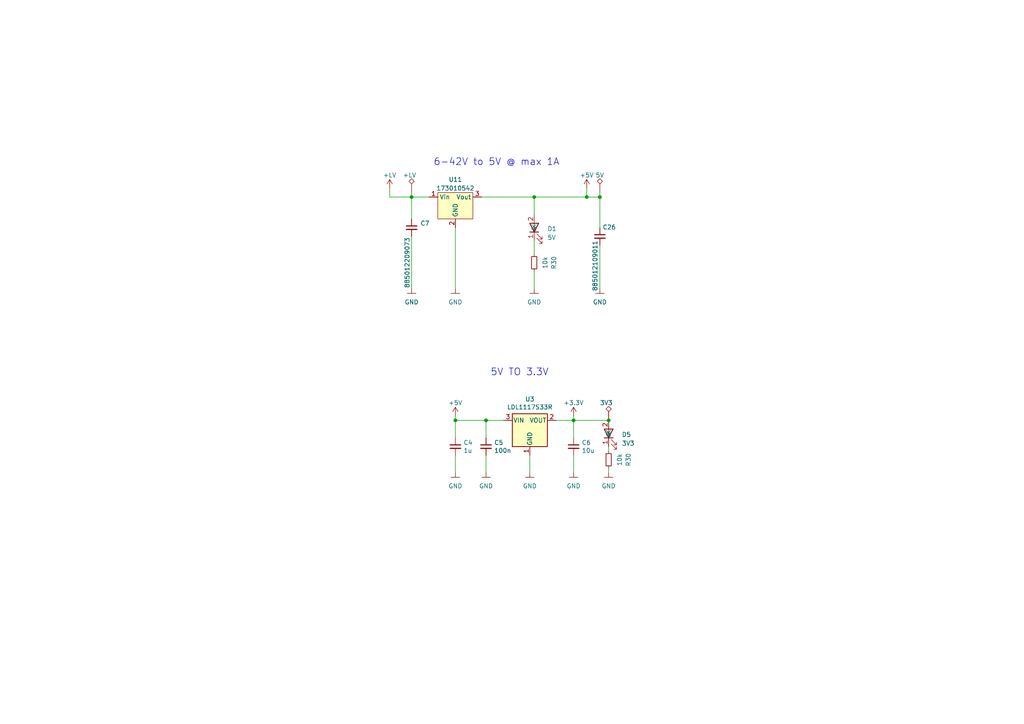
<source format=kicad_sch>
(kicad_sch (version 20230121) (generator eeschema)
  (paper "A4")
  (lib_symbols
    (symbol "CTM:R_Small" (pin_numbers hide) (pin_names (offset 0.254) hide)
      (property "Reference" "R" (at 0.762 0.508 0))
      (property "Value" "R_Small" (at 0.762 -1.016 0))
      (symbol "R_Small_0_1"
        (rectangle (start -0.762 1.778) (end 0.762 -1.778) (stroke (width 0.2032)))
      )
      (symbol "R_Small_1_1"
        (pin passive line (at 0 2.54 270) (length 0.762) (name "~") (number "1"))
        (pin passive line (at 0 -2.54 90) (length 0.762) (name "~") (number "2"))
      )
    )
    (symbol "Device:C_Small" (pin_numbers hide) (pin_names (offset 0.254) hide)
      (property "Reference" "C" (at 0.254 1.778 0))
      (property "Value" "C_Small" (at 0.254 -2.032 0))
      (symbol "C_Small_0_1"
        (polyline (pts (xy -1.524 -0.508) (xy 1.524 -0.508)) (stroke (width 0.3302)))
        (polyline (pts (xy -1.524 0.508) (xy 1.524 0.508)) (stroke (width 0.3048)))
      )
      (symbol "C_Small_1_1"
        (pin passive line (at 0 2.54 270) (length 2.032) (name "~") (number "1"))
        (pin passive line (at 0 -2.54 90) (length 2.032) (name "~") (number "2"))
      )
    )
    (symbol "ctm:+5V" (power) (pin_names (offset 0))
      (property "Value" "+5V" (at 0 3.556 0))
      (symbol "+5V_0_1"
        (polyline (pts (xy -0.762 1.27) (xy 0 2.54)))
        (polyline (pts (xy 0 0) (xy 0 2.54)))
        (polyline (pts (xy 0 2.54) (xy 0.762 1.27)))
      )
      (symbol "+5V_1_1"
        (pin power_in line (at 0 0 90) (length 0) hide (name "+5V") (number "1"))
      )
    )
    (symbol "ctm:+LV" (power) (pin_names (offset 0))
      (property "Value" "+LV" (at 0 3.556 0))
      (symbol "+LV_0_1"
        (polyline (pts (xy -0.762 1.27) (xy 0 2.54)))
        (polyline (pts (xy 0 0) (xy 0 2.54)))
        (polyline (pts (xy 0 2.54) (xy 0.762 1.27)))
      )
      (symbol "+LV_1_1"
        (pin power_in line (at 0 0 90) (length 0) hide (name "+LV") (number "1"))
      )
    )
    (symbol "ctm:173010542"
      (property "Reference" "U" (at 0 8.763 0))
      (property "Value" "173010542" (at 0 10.541 0))
      (symbol "173010542_0_1"
        (rectangle (start -5.08 3.81) (end 5.08 -3.81) (fill (type background)))
      )
      (symbol "173010542_1_1"
        (pin passive line (at -7.62 2.54 0) (length 2.54) (name "Vin") (number "1"))
        (pin passive line (at 0 -6.35 90) (length 2.54) (name "GND") (number "2"))
        (pin passive line (at 7.62 2.54 180) (length 2.54) (name "Vout") (number "3"))
      )
    )
    (symbol "ctm:885012109011 " (pin_numbers hide) (pin_names (offset 0.254) hide)
      (property "Reference" "C" (at 2.54 2.54 0))
      (property "Value" "885012109011 " (at 0.254 -2.032 0))
      (symbol "885012109011 _0_1"
        (polyline (pts (xy -1.524 -0.508) (xy 1.524 -0.508)) (stroke (width 0.3302)))
        (polyline (pts (xy -1.524 0.508) (xy 1.524 0.508)) (stroke (width 0.3048)))
      )
      (symbol "885012109011 _1_1"
        (pin passive line (at 0 2.54 270) (length 2.032) (name "~") (number "1"))
        (pin passive line (at 0 -2.54 90) (length 2.032) (name "~") (number "2"))
      )
    )
    (symbol "ctm:885012209073 " (pin_numbers hide) (pin_names (offset 0.254) hide)
      (property "Reference" "C" (at 2.54 2.54 0))
      (property "Value" "885012209073 " (at 0.254 -2.032 0))
      (symbol "885012209073 _0_1"
        (polyline (pts (xy -1.524 -0.508) (xy 1.524 -0.508)) (stroke (width 0.3302)))
        (polyline (pts (xy -1.524 0.508) (xy 1.524 0.508)) (stroke (width 0.3048)))
      )
      (symbol "885012209073 _1_1"
        (pin passive line (at 0 2.54 270) (length 2.032) (name "~") (number "1"))
        (pin passive line (at 0 -2.54 90) (length 2.032) (name "~") (number "2"))
      )
    )
    (symbol "ctm:GND" (power) (pin_names (offset 0))
      (property "Value" "GND" (at 0 -2.286 0))
      (symbol "GND_0_1"
        (polyline (pts (xy 0 0) (xy 0 -1.27) (xy -1.27 -1.27) (xy 1.27 -1.27) (xy 0 -1.27)))
      )
      (symbol "GND_1_1"
        (pin power_in line (at 0 0 270) (length 0) hide (name "GND") (number "1"))
      )
    )
    (symbol "ctm:LDL1117S33R" (pin_names (offset 0.254))
      (property "Reference" "U" (at -5.08 5.715 0))
      (property "Value" "LDL1117S33R" (at 0 5.715 0))
      (symbol "LDL1117S33R_0_1"
        (rectangle (start -5.08 4.445) (end 5.08 -5.08) (stroke (width 0.254)) (fill (type background)))
      )
      (symbol "LDL1117S33R_1_1"
        (pin power_in line (at 0 -7.62 90) (length 2.54) (name "GND") (number "1"))
        (pin power_out line (at 7.62 2.54 180) (length 2.54) (name "VOUT") (number "2"))
        (pin power_in line (at -7.62 2.54 0) (length 2.54) (name "VIN") (number "3"))
      )
    )
    (symbol "ctm:LED_Wuerth_Green" (pin_names (offset 1.016))
      (property "Reference" "D" (at 0 0 0))
      (property "Value" "LED_Wuerth_Green" (at 0 0 0))
      (symbol "LED_Wuerth_Green_1_1"
        (polyline (pts (xy -1.27 -3.81) (xy -1.27 -1.27)) (stroke (width 0.254)))
        (polyline (pts (xy -1.27 -2.54) (xy 1.27 -2.54)))
        (polyline (pts (xy 1.27 -3.81) (xy 1.27 -1.27) (xy -1.27 -2.54) (xy 1.27 -3.81)) (stroke (width 0.254)))
        (polyline (pts (xy -3.048 -3.302) (xy -4.572 -4.826) (xy -3.81 -4.826) (xy -4.572 -4.826) (xy -4.572 -4.064)))
        (polyline (pts (xy -1.778 -3.302) (xy -3.302 -4.826) (xy -2.54 -4.826) (xy -3.302 -4.826) (xy -3.302 -4.064)))
        (pin passive line (at -3.81 -2.54 0) (length 2.54) (name "K") (number "1"))
        (pin passive line (at 3.81 -2.54 180) (length 2.54) (name "A") (number "2"))
      )
    )
    (symbol "ctm:TestPoint_THT" (pin_numbers hide) (pin_names (offset 0.762) hide)
      (property "Value" "TestPoint_THT" (at 0 5.08 0))
      (symbol "TestPoint_THT_0_1"
        (polyline (pts (xy 0 2.54) (xy -0.762 3.302) (xy 0 4.064) (xy 0.762 3.302) (xy 0 2.54)))
      )
      (symbol "TestPoint_THT_1_1"
        (pin passive line (at 0 0 90) (length 2.54) (name "1") (number "1"))
      )
    )
    (symbol "power:+3.3V" (power) (pin_names (offset 0))
      (property "Value" "+3.3V" (at 0 3.556 0))
      (symbol "+3.3V_0_1"
        (polyline (pts (xy -0.762 1.27) (xy 0 2.54)))
        (polyline (pts (xy 0 0) (xy 0 2.54)))
        (polyline (pts (xy 0 2.54) (xy 0.762 1.27)))
      )
      (symbol "+3.3V_1_1"
        (pin power_in line (at 0 0 90) (length 0) hide (name "+3.3V") (number "1"))
      )
    )
    (symbol "power:+5V" (power) (pin_names (offset 0))
      (property "Value" "+5V" (at 0 3.556 0))
      (symbol "+5V_0_1"
        (polyline (pts (xy -0.762 1.27) (xy 0 2.54)))
        (polyline (pts (xy 0 0) (xy 0 2.54)))
        (polyline (pts (xy 0 2.54) (xy 0.762 1.27)))
      )
      (symbol "+5V_1_1"
        (pin power_in line (at 0 0 90) (length 0) hide (name "+5V") (number "1"))
      )
    )
  )
  (junction (at 170.18 57.15))
  (junction (at 140.97 121.92))
  (junction (at 154.94 57.15))
  (junction (at 132.08 121.92))
  (junction (at 166.37 121.92))
  (junction (at 173.99 57.15))
  (junction (at 119.38 57.15))
  (junction (at 176.53 121.92))
  (wire (pts (xy 173.99 71.12) (xy 173.99 83.82)))
  (wire (pts (xy 176.53 135.89) (xy 176.53 137.16)))
  (wire (pts (xy 132.08 120.65) (xy 132.08 121.92)))
  (wire (pts (xy 124.46 57.15) (xy 119.38 57.15)))
  (wire (pts (xy 132.08 66.04) (xy 132.08 83.82)))
  (wire (pts (xy 154.94 57.15) (xy 154.94 62.23)))
  (wire (pts (xy 132.08 121.92) (xy 140.97 121.92)))
  (wire (pts (xy 166.37 132.08) (xy 166.37 137.16)))
  (wire (pts (xy 140.97 121.92) (xy 146.05 121.92)))
  (wire (pts (xy 176.53 129.54) (xy 176.53 130.81)))
  (wire (pts (xy 139.7 57.15) (xy 154.94 57.15)))
  (wire (pts (xy 173.99 55.88) (xy 173.99 57.15)))
  (wire (pts (xy 119.38 55.88) (xy 119.38 57.15)))
  (wire (pts (xy 170.18 54.61) (xy 170.18 57.15)))
  (wire (pts (xy 166.37 121.92) (xy 176.53 121.92)))
  (wire (pts (xy 166.37 121.92) (xy 166.37 127)))
  (wire (pts (xy 119.38 68.58) (xy 119.38 83.82)))
  (wire (pts (xy 113.03 54.61) (xy 113.03 57.15)))
  (wire (pts (xy 132.08 121.92) (xy 132.08 127)))
  (wire (pts (xy 153.67 132.08) (xy 153.67 137.16)))
  (wire (pts (xy 173.99 66.04) (xy 173.99 57.15)))
  (wire (pts (xy 119.38 57.15) (xy 119.38 63.5)))
  (wire (pts (xy 140.97 121.92) (xy 140.97 127)))
  (wire (pts (xy 113.03 57.15) (xy 119.38 57.15)))
  (wire (pts (xy 170.18 57.15) (xy 173.99 57.15)))
  (wire (pts (xy 161.29 121.92) (xy 166.37 121.92)))
  (wire (pts (xy 154.94 78.74) (xy 154.94 83.82)))
  (wire (pts (xy 132.08 132.08) (xy 132.08 137.16)))
  (wire (pts (xy 154.94 57.15) (xy 170.18 57.15)))
  (wire (pts (xy 166.37 120.65) (xy 166.37 121.92)))
  (wire (pts (xy 154.94 69.85) (xy 154.94 73.66)))
  (wire (pts (xy 140.97 132.08) (xy 140.97 137.16)))
  (text "6-42V to 5V @ max 1A" (at 125.73 48.26 0) (effects (font (size 2 2)) (justify left bottom)))
  (text "5V TO 3.3V" (at 142.24 109.22 0) (effects (font (size 2 2)) (justify left bottom)))
  (symbol (lib_id "ctm:TestPoint_THT") (at 176.53 121.92 0) (unit 1)
    (property "Reference" "TP2" (effects hide))
    (property "Value" "3V3" (at 173.99 116.84 0) (effects (justify left)))
    (property "Footprint" "ctm:TestPoint_THT" (effects hide))
    (instances (project "Schematic Snippets" (path "" (reference "TP2") (unit 1))) (project "Sensor_Node" (path "" (reference "TP?") (unit 1)) (path "" (reference "TP4") (unit 1))) (project "Inv_PowerCycling" (path "" (reference "TP2") (unit 1))))
  )
  (symbol (lib_id "ctm:GND") (at 132.08 137.16 0) (unit 1)
    (property "Reference" "#PWR098" (effects hide))
    (property "Value" "GND" (at 132.08 140.97 0))
  )
  (symbol (lib_id "ctm:173010542") (at 132.08 59.69 0) (unit 1)
    (property "Reference" "U11" (at 132.08 52.07 0))
    (property "Value" "173010542" (at 132.08 54.61 0))
    (property "Footprint" "ctm:173950536" (effects hide))
    (property "Datasheet" "${KICAD_CTM}/datasheets/173010542.pdf" (effects hide))
    (instances (project "switchbox_pcb" (path "" (reference "U11") (unit 1))) (project "Schematic Snippets" (path "" (reference "U2") (unit 1))) (project "Sensor_Node" (path "" (reference "U?") (unit 1)) (path "" (reference "U3") (unit 1))) (project "Inv_PowerCycling" (path "" (reference "U8") (unit 1))))
  )
  (symbol (lib_id "Device:C_Small") (at 140.97 129.54 0) (unit 1)
    (property "Reference" "C5" (at 143.3068 128.3716 0) (effects (justify left)))
    (property "Value" "100n" (at 143.3068 130.683 0) (effects (justify left)))
    (property "Footprint" "Capacitor_SMD:C_0805_2012Metric_Pad1.18x1.45mm_HandSolder" (effects hide))
    (instances (project "Schematic Snippets" (path "" (reference "C5") (unit 1))) (project "Sensor_Node" (path "" (reference "C?") (unit 1)) (path "" (reference "C23") (unit 1))) (project "Inv_PowerCycling" (path "" (reference "C5") (unit 1))))
  )
  (symbol (lib_id "Device:C_Small") (at 132.08 129.54 0) (unit 1)
    (property "Reference" "C4" (at 134.4168 128.3716 0) (effects (justify left)))
    (property "Value" "1u" (at 134.4168 130.683 0) (effects (justify left)))
    (property "Footprint" "Capacitor_SMD:C_0805_2012Metric_Pad1.18x1.45mm_HandSolder" (effects hide))
    (instances (project "Schematic Snippets" (path "" (reference "C4") (unit 1))) (project "Sensor_Node" (path "" (reference "C?") (unit 1)) (path "" (reference "C22") (unit 1))) (project "Inv_PowerCycling" (path "" (reference "C4") (unit 1))))
  )
  (symbol (lib_id "ctm:GND") (at 153.67 137.16 0) (unit 1)
    (property "Reference" "#PWR0109" (effects hide))
    (property "Value" "GND" (at 153.67 140.97 0))
  )
  (symbol (lib_id "ctm:+LV") (at 113.03 54.61 0) (unit 1)
    (property "Reference" "#PWR06" (effects hide))
    (property "Value" "+LV" (at 113.03 50.8 0))
    (instances (project "Schematic Snippets" (path "" (reference "#PWR06") (unit 1))) (project "Sensor_Node" (path "" (reference "#PWR?") (unit 1)) (path "" (reference "#PWR051") (unit 1))))
  )
  (symbol (lib_id "power:+5V") (at 132.08 120.65 0) (unit 1)
    (property "Reference" "#PWR09" (effects hide))
    (property "Value" "+5V" (at 132.08 116.84 0))
    (instances (project "Schematic Snippets" (path "" (reference "#PWR09") (unit 1))) (project "Sensor_Node" (path "" (reference "#PWR?") (unit 1)) (path "" (reference "#PWR095") (unit 1))) (project "Inv_PowerCycling" (path "" (reference "#PWR09") (unit 1))))
  )
  (symbol (lib_id "CTM:R_Small") (at 176.53 133.35 180) (unit 1)
    (property "Reference" "R30" (at 182.245 133.35 90))
    (property "Value" "10k" (at 179.705 133.35 90))
    (property "Footprint" "Resistor_SMD:R_0805_2012Metric_Pad1.20x1.40mm_HandSolder" (effects hide))
    (instances (project "switchbox_pcb" (path "" (reference "R30") (unit 1)) (path "" (reference "R1") (unit 1))) (project "Schematic Snippets" (path "" (reference "R4") (unit 1))) (project "Sensor_Node" (path "" (reference "R?") (unit 1)) (path "" (reference "R36") (unit 1))) (project "Inv_PowerCycling" (path "" (reference "R17") (unit 1))))
  )
  (symbol (lib_id "ctm:885012109011 ") (at 173.99 68.58 0) (unit 1)
    (property "Reference" "C26" (at 174.752 65.913 0) (effects (justify left)))
    (property "Value" "885012109011 " (at 172.593 84.455 90) (effects (justify left)))
    (property "Footprint" "Capacitor_SMD:C_1210_3225Metric_Pad1.33x2.70mm_HandSolder" (effects hide))
    (property "Datasheet" "${KICAD_CTM}\\datasheets\\885012109011.pdf" (effects hide))
    (instances (project "switchbox_pcb" (path "" (reference "C26") (unit 1))) (project "Schematic Snippets" (path "" (reference "C7") (unit 1))) (project "Sensor_Node" (path "" (reference "C?") (unit 1)) (path "" (reference "C25") (unit 1))) (project "Inv_PowerCycling" (path "" (reference "C25") (unit 1))))
  )
  (symbol (lib_id "ctm:GND") (at 166.37 137.16 0) (unit 1)
    (property "Reference" "#PWR0126" (effects hide))
    (property "Value" "GND" (at 166.37 140.97 0))
  )
  (symbol (lib_id "CTM:R_Small") (at 154.94 76.2 180) (unit 1)
    (property "Reference" "R30" (at 160.655 76.2 90))
    (property "Value" "10k" (at 158.115 76.2 90))
    (property "Footprint" "Resistor_SMD:R_0805_2012Metric_Pad1.20x1.40mm_HandSolder" (effects hide))
    (instances (project "switchbox_pcb" (path "" (reference "R30") (unit 1)) (path "" (reference "R1") (unit 1))) (project "Schematic Snippets" (path "" (reference "R3") (unit 1))) (project "Sensor_Node" (path "" (reference "R?") (unit 1)) (path "" (reference "R28") (unit 1))) (project "Inv_PowerCycling" (path "" (reference "R17") (unit 1))))
  )
  (symbol (lib_id "ctm:GND") (at 154.94 83.82 0) (unit 1)
    (property "Reference" "#PWR0110" (effects hide))
    (property "Value" "GND" (at 154.94 87.63 0))
  )
  (symbol (lib_id "ctm:TestPoint_THT") (at 173.99 55.88 0) (unit 1)
    (property "Reference" "TP5" (effects hide))
    (property "Value" "5V" (at 172.72 50.8 0) (effects (justify left)))
    (property "Footprint" "ctm:TestPoint_THT" (effects hide))
    (instances (project "switchbox_pcb" (path "" (reference "TP5") (unit 1))) (project "Schematic Snippets" (path "" (reference "TP3") (unit 1))) (project "Sensor_Node" (path "" (reference "TP?") (unit 1)) (path "" (reference "TP3") (unit 1))) (project "Inv_PowerCycling" (path "" (reference "TP6") (unit 1))))
  )
  (symbol (lib_id "Device:C_Small") (at 166.37 129.54 0) (unit 1)
    (property "Reference" "C6" (at 168.7068 128.3716 0) (effects (justify left)))
    (property "Value" "10u" (at 168.7068 130.683 0) (effects (justify left)))
    (property "Footprint" "Capacitor_SMD:C_0805_2012Metric_Pad1.18x1.45mm_HandSolder" (effects hide))
    (instances (project "Schematic Snippets" (path "" (reference "C6") (unit 1))) (project "Sensor_Node" (path "" (reference "C?") (unit 1)) (path "" (reference "C24") (unit 1))) (project "Inv_PowerCycling" (path "" (reference "C8") (unit 1))))
  )
  (symbol (lib_id "power:+3.3V") (at 166.37 120.65 0) (unit 1)
    (property "Reference" "#PWR014" (effects hide))
    (property "Value" "+3.3V" (at 166.37 116.84 0))
    (instances (project "Schematic Snippets" (path "" (reference "#PWR014") (unit 1))) (project "Sensor_Node" (path "" (reference "#PWR?") (unit 1)) (path "" (reference "#PWR0125") (unit 1))) (project "Inv_PowerCycling" (path "" (reference "#PWR014") (unit 1))))
  )
  (symbol (lib_id "ctm:885012209073 ") (at 119.38 66.04 0) (unit 1)
    (property "Reference" "C7" (at 121.92 64.7762 0) (effects (justify left)))
    (property "Value" "885012209073 " (at 118.11 83.566 90) (effects (justify left)))
    (property "Footprint" "Capacitor_SMD:C_1210_3225Metric_Pad1.33x2.70mm_HandSolder" (effects hide))
    (property "Datasheet" "${KICAD_CTM}\\datasheets\\885012209073.pdf" (effects hide))
    (instances (project "switchbox_pcb" (path "" (reference "C7") (unit 1))) (project "Schematic Snippets" (path "" (reference "C3") (unit 1))) (project "Sensor_Node" (path "" (reference "C?") (unit 1)) (path "" (reference "C21") (unit 1))) (project "Inv_PowerCycling" (path "" (reference "C24") (unit 1))))
  )
  (symbol (lib_id "ctm:LDL1117S33R") (at 153.67 124.46 0) (unit 1)
    (property "Reference" "U3" (at 153.67 115.7732 0))
    (property "Value" "LDL1117S33R" (at 153.67 118.0846 0))
    (property "Footprint" "Package_TO_SOT_SMD:SOT-223-3_TabPin2" (effects hide))
    (property "Datasheet" "${KICAD_CTM}\\datasheets\\2259188.pdf" (effects hide))
    (instances (project "Schematic Snippets" (path "" (reference "U3") (unit 1))) (project "Sensor_Node" (path "" (reference "U?") (unit 1)) (path "" (reference "U8") (unit 1))) (project "Inv_PowerCycling" (path "" (reference "U3") (unit 1))))
  )
  (symbol (lib_id "ctm:LED_Wuerth_Green") (at 173.99 125.73 90) (unit 1)
    (property "Reference" "D5" (at 180.34 126.0475 90) (effects (justify right)))
    (property "Value" "3V3" (at 180.34 128.5875 90) (effects (justify right)))
    (property "Footprint" "LED_SMD:LED_0805_2012Metric_Pad1.15x1.40mm_HandSolder" (effects hide))
    (property "Datasheet" "${KICAD_CTM}/datasheets/150080VS75000.pdf" (effects hide))
  )
  (symbol (lib_id "ctm:GND") (at 140.97 137.16 0) (unit 1)
    (property "Reference" "#PWR0108" (effects hide))
    (property "Value" "GND" (at 140.97 140.97 0))
  )
  (symbol (lib_id "ctm:TestPoint_THT") (at 119.38 55.88 0) (unit 1)
    (property "Reference" "TP8" (effects hide))
    (property "Value" "+LV" (at 116.84 50.8 0) (effects (justify left)))
    (property "Footprint" "ctm:TestPoint_THT" (effects hide))
    (instances (project "switchbox_pcb" (path "" (reference "TP8") (unit 1))) (project "Schematic Snippets" (path "" (reference "TP1") (unit 1))) (project "Sensor_Node" (path "" (reference "TP?") (unit 1)) (path "" (reference "TP2") (unit 1))) (project "Inv_PowerCycling" (path "" (reference "TP5") (unit 1))))
  )
  (symbol (lib_id "ctm:+5V") (at 170.18 54.61 0) (unit 1)
    (property "Reference" "#PWR0127" (effects hide))
    (property "Value" "+5V" (at 170.18 50.8 0))
  )
  (symbol (lib_id "ctm:GND") (at 132.08 83.82 0) (unit 1)
    (property "Reference" "#PWR094" (effects hide))
    (property "Value" "GND" (at 132.08 87.63 0))
  )
  (symbol (lib_id "ctm:LED_Wuerth_Green") (at 152.4 66.04 90) (unit 1)
    (property "Reference" "D1" (at 158.75 66.3575 90) (effects (justify right)))
    (property "Value" "5V" (at 158.75 68.8975 90) (effects (justify right)))
    (property "Footprint" "LED_SMD:LED_0805_2012Metric_Pad1.15x1.40mm_HandSolder" (effects hide))
    (property "Datasheet" "${KICAD_CTM}/datasheets/150080VS75000.pdf" (effects hide))
  )
  (symbol (lib_id "ctm:GND") (at 119.38 83.82 0) (unit 1)
    (property "Reference" "#PWR093" (effects hide))
    (property "Value" "GND" (at 119.38 87.63 0))
  )
  (symbol (lib_id "ctm:GND") (at 176.53 137.16 0) (unit 1)
    (property "Reference" "#PWR0135" (effects hide))
    (property "Value" "GND" (at 176.53 140.97 0))
  )
  (symbol (lib_id "ctm:GND") (at 173.99 83.82 0) (unit 1)
    (property "Reference" "#PWR0134" (effects hide))
    (property "Value" "GND" (at 173.99 87.63 0))
  )
)
</source>
